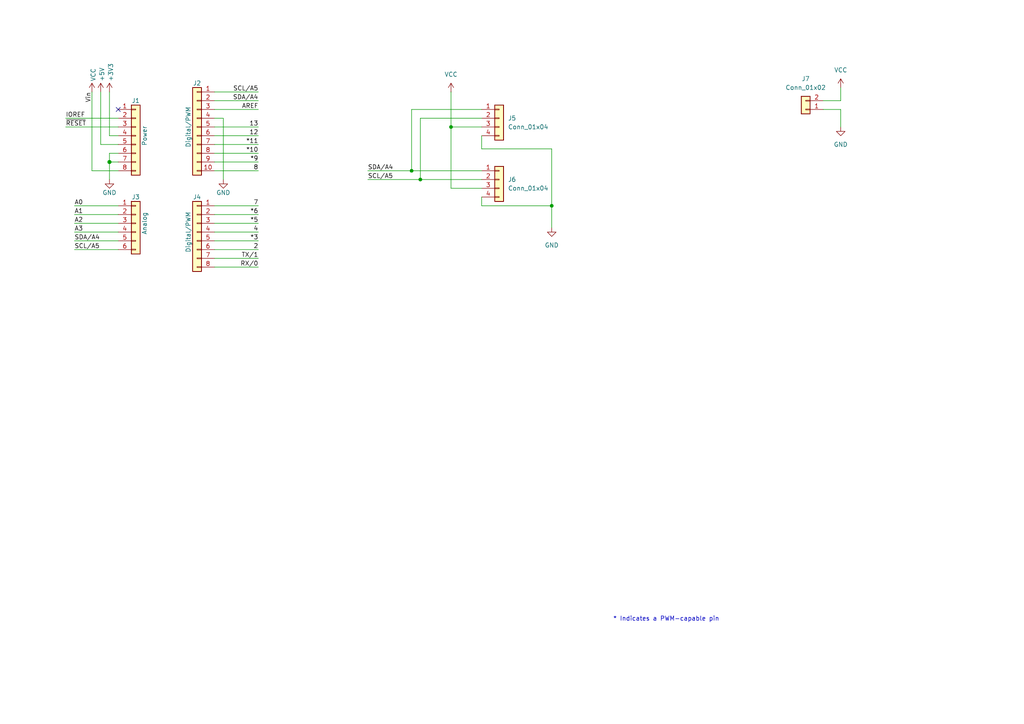
<source format=kicad_sch>
(kicad_sch (version 20231120) (generator "eeschema") (generator_version "8.0")
  (paper "A4")
  (title_block (date "mar. 31 mars 2015"))
  (lib_symbols
    (symbol "Connector_Generic:Conn_01x02" (pin_names (offset 1.016) hide)
      (property "Reference" "J" (at 0 2.54 0))
      (property "Value" "Conn_01x02" (at 0 -5.08 0))
      (symbol "Conn_01x02_1_1"
        (rectangle (start -1.27 -2.413) (end 0 -2.667) (stroke (width 0.1524)))
        (rectangle (start -1.27 0.127) (end 0 -0.127) (stroke (width 0.1524)))
        (rectangle (start -1.27 1.27) (end 1.27 -3.81) (stroke (width 0.254)) (fill (type background)))
        (pin passive line (at -5.08 0 0) (length 3.81) (name "Pin_1") (number "1"))
        (pin passive line (at -5.08 -2.54 0) (length 3.81) (name "Pin_2") (number "2"))
      )
    )
    (symbol "Connector_Generic:Conn_01x04" (pin_names (offset 1.016) hide)
      (property "Reference" "J" (at 0 5.08 0))
      (property "Value" "Conn_01x04" (at 0 -7.62 0))
      (symbol "Conn_01x04_1_1"
        (rectangle (start -1.27 -4.953) (end 0 -5.207) (stroke (width 0.1524)))
        (rectangle (start -1.27 -2.413) (end 0 -2.667) (stroke (width 0.1524)))
        (rectangle (start -1.27 0.127) (end 0 -0.127) (stroke (width 0.1524)))
        (rectangle (start -1.27 2.667) (end 0 2.413) (stroke (width 0.1524)))
        (rectangle (start -1.27 3.81) (end 1.27 -6.35) (stroke (width 0.254)) (fill (type background)))
        (pin passive line (at -5.08 2.54 0) (length 3.81) (name "Pin_1") (number "1"))
        (pin passive line (at -5.08 0 0) (length 3.81) (name "Pin_2") (number "2"))
        (pin passive line (at -5.08 -2.54 0) (length 3.81) (name "Pin_3") (number "3"))
        (pin passive line (at -5.08 -5.08 0) (length 3.81) (name "Pin_4") (number "4"))
      )
    )
    (symbol "Connector_Generic:Conn_01x06" (pin_names (offset 1.016) hide)
      (property "Reference" "J" (at 0 7.62 0))
      (property "Value" "Conn_01x06" (at 0 -10.16 0))
      (symbol "Conn_01x06_1_1"
        (rectangle (start -1.27 -7.493) (end 0 -7.747) (stroke (width 0.1524)))
        (rectangle (start -1.27 -4.953) (end 0 -5.207) (stroke (width 0.1524)))
        (rectangle (start -1.27 -2.413) (end 0 -2.667) (stroke (width 0.1524)))
        (rectangle (start -1.27 0.127) (end 0 -0.127) (stroke (width 0.1524)))
        (rectangle (start -1.27 2.667) (end 0 2.413) (stroke (width 0.1524)))
        (rectangle (start -1.27 5.207) (end 0 4.953) (stroke (width 0.1524)))
        (rectangle (start -1.27 6.35) (end 1.27 -8.89) (stroke (width 0.254)) (fill (type background)))
        (pin passive line (at -5.08 5.08 0) (length 3.81) (name "Pin_1") (number "1"))
        (pin passive line (at -5.08 2.54 0) (length 3.81) (name "Pin_2") (number "2"))
        (pin passive line (at -5.08 0 0) (length 3.81) (name "Pin_3") (number "3"))
        (pin passive line (at -5.08 -2.54 0) (length 3.81) (name "Pin_4") (number "4"))
        (pin passive line (at -5.08 -5.08 0) (length 3.81) (name "Pin_5") (number "5"))
        (pin passive line (at -5.08 -7.62 0) (length 3.81) (name "Pin_6") (number "6"))
      )
    )
    (symbol "Connector_Generic:Conn_01x08" (pin_names (offset 1.016) hide)
      (property "Reference" "J" (at 0 10.16 0))
      (property "Value" "Conn_01x08" (at 0 -12.7 0))
      (symbol "Conn_01x08_1_1"
        (rectangle (start -1.27 -10.033) (end 0 -10.287) (stroke (width 0.1524)))
        (rectangle (start -1.27 -7.493) (end 0 -7.747) (stroke (width 0.1524)))
        (rectangle (start -1.27 -4.953) (end 0 -5.207) (stroke (width 0.1524)))
        (rectangle (start -1.27 -2.413) (end 0 -2.667) (stroke (width 0.1524)))
        (rectangle (start -1.27 0.127) (end 0 -0.127) (stroke (width 0.1524)))
        (rectangle (start -1.27 2.667) (end 0 2.413) (stroke (width 0.1524)))
        (rectangle (start -1.27 5.207) (end 0 4.953) (stroke (width 0.1524)))
        (rectangle (start -1.27 7.747) (end 0 7.493) (stroke (width 0.1524)))
        (rectangle (start -1.27 8.89) (end 1.27 -11.43) (stroke (width 0.254)) (fill (type background)))
        (pin passive line (at -5.08 7.62 0) (length 3.81) (name "Pin_1") (number "1"))
        (pin passive line (at -5.08 5.08 0) (length 3.81) (name "Pin_2") (number "2"))
        (pin passive line (at -5.08 2.54 0) (length 3.81) (name "Pin_3") (number "3"))
        (pin passive line (at -5.08 0 0) (length 3.81) (name "Pin_4") (number "4"))
        (pin passive line (at -5.08 -2.54 0) (length 3.81) (name "Pin_5") (number "5"))
        (pin passive line (at -5.08 -5.08 0) (length 3.81) (name "Pin_6") (number "6"))
        (pin passive line (at -5.08 -7.62 0) (length 3.81) (name "Pin_7") (number "7"))
        (pin passive line (at -5.08 -10.16 0) (length 3.81) (name "Pin_8") (number "8"))
      )
    )
    (symbol "Connector_Generic:Conn_01x10" (pin_names (offset 1.016) hide)
      (property "Reference" "J" (at 0 12.7 0))
      (property "Value" "Conn_01x10" (at 0 -15.24 0))
      (symbol "Conn_01x10_1_1"
        (rectangle (start -1.27 -12.573) (end 0 -12.827) (stroke (width 0.1524)))
        (rectangle (start -1.27 -10.033) (end 0 -10.287) (stroke (width 0.1524)))
        (rectangle (start -1.27 -7.493) (end 0 -7.747) (stroke (width 0.1524)))
        (rectangle (start -1.27 -4.953) (end 0 -5.207) (stroke (width 0.1524)))
        (rectangle (start -1.27 -2.413) (end 0 -2.667) (stroke (width 0.1524)))
        (rectangle (start -1.27 0.127) (end 0 -0.127) (stroke (width 0.1524)))
        (rectangle (start -1.27 2.667) (end 0 2.413) (stroke (width 0.1524)))
        (rectangle (start -1.27 5.207) (end 0 4.953) (stroke (width 0.1524)))
        (rectangle (start -1.27 7.747) (end 0 7.493) (stroke (width 0.1524)))
        (rectangle (start -1.27 10.287) (end 0 10.033) (stroke (width 0.1524)))
        (rectangle (start -1.27 11.43) (end 1.27 -13.97) (stroke (width 0.254)) (fill (type background)))
        (pin passive line (at -5.08 10.16 0) (length 3.81) (name "Pin_1") (number "1"))
        (pin passive line (at -5.08 -12.7 0) (length 3.81) (name "Pin_10") (number "10"))
        (pin passive line (at -5.08 7.62 0) (length 3.81) (name "Pin_2") (number "2"))
        (pin passive line (at -5.08 5.08 0) (length 3.81) (name "Pin_3") (number "3"))
        (pin passive line (at -5.08 2.54 0) (length 3.81) (name "Pin_4") (number "4"))
        (pin passive line (at -5.08 0 0) (length 3.81) (name "Pin_5") (number "5"))
        (pin passive line (at -5.08 -2.54 0) (length 3.81) (name "Pin_6") (number "6"))
        (pin passive line (at -5.08 -5.08 0) (length 3.81) (name "Pin_7") (number "7"))
        (pin passive line (at -5.08 -7.62 0) (length 3.81) (name "Pin_8") (number "8"))
        (pin passive line (at -5.08 -10.16 0) (length 3.81) (name "Pin_9") (number "9"))
      )
    )
    (symbol "GND_1" (power) (pin_numbers hide) (pin_names (offset 0) hide)
      (property "Value" "GND" (at 0 -3.81 0))
      (symbol "GND_1_0_1"
        (polyline (pts (xy 0 0) (xy 0 -1.27) (xy 1.27 -1.27) (xy 0 -2.54) (xy -1.27 -1.27) (xy 0 -1.27)))
      )
      (symbol "GND_1_1_1"
        (pin power_in line (at 0 0 270) (length 0) (name "~") (number "1"))
      )
    )
    (symbol "GND_2" (power) (pin_numbers hide) (pin_names (offset 0) hide)
      (property "Value" "GND" (at 0 -3.81 0))
      (symbol "GND_2_0_1"
        (polyline (pts (xy 0 0) (xy 0 -1.27) (xy 1.27 -1.27) (xy 0 -2.54) (xy -1.27 -1.27) (xy 0 -1.27)))
      )
      (symbol "GND_2_1_1"
        (pin power_in line (at 0 0 270) (length 0) (name "~") (number "1"))
      )
    )
    (symbol "VCC_1" (power) (pin_numbers hide) (pin_names (offset 0) hide)
      (property "Value" "VCC" (at 0 3.556 0))
      (symbol "VCC_1_0_1"
        (polyline (pts (xy -0.762 1.27) (xy 0 2.54)))
        (polyline (pts (xy 0 0) (xy 0 2.54)))
        (polyline (pts (xy 0 2.54) (xy 0.762 1.27)))
      )
      (symbol "VCC_1_1_1"
        (pin power_in line (at 0 0 90) (length 0) (name "~") (number "1"))
      )
    )
    (symbol "VCC_2" (power) (pin_numbers hide) (pin_names (offset 0) hide)
      (property "Value" "VCC" (at 0 3.556 0))
      (symbol "VCC_2_0_1"
        (polyline (pts (xy -0.762 1.27) (xy 0 2.54)))
        (polyline (pts (xy 0 0) (xy 0 2.54)))
        (polyline (pts (xy 0 2.54) (xy 0.762 1.27)))
      )
      (symbol "VCC_2_1_1"
        (pin power_in line (at 0 0 90) (length 0) (name "~") (number "1"))
      )
    )
    (symbol "power:+3V3" (power) (pin_names (offset 0))
      (property "Value" "+3V3" (at 0 3.556 0))
      (symbol "+3V3_0_1"
        (polyline (pts (xy -0.762 1.27) (xy 0 2.54)))
        (polyline (pts (xy 0 0) (xy 0 2.54)))
        (polyline (pts (xy 0 2.54) (xy 0.762 1.27)))
      )
      (symbol "+3V3_1_1"
        (pin power_in line (at 0 0 90) (length 0) hide (name "+3V3") (number "1"))
      )
    )
    (symbol "power:+5V" (power) (pin_names (offset 0))
      (property "Value" "+5V" (at 0 3.556 0))
      (symbol "+5V_0_1"
        (polyline (pts (xy -0.762 1.27) (xy 0 2.54)))
        (polyline (pts (xy 0 0) (xy 0 2.54)))
        (polyline (pts (xy 0 2.54) (xy 0.762 1.27)))
      )
      (symbol "+5V_1_1"
        (pin power_in line (at 0 0 90) (length 0) hide (name "+5V") (number "1"))
      )
    )
    (symbol "power:GND" (power) (pin_names (offset 0))
      (property "Value" "GND" (at 0 -3.81 0))
      (symbol "GND_0_1"
        (polyline (pts (xy 0 0) (xy 0 -1.27) (xy 1.27 -1.27) (xy 0 -2.54) (xy -1.27 -1.27) (xy 0 -1.27)))
      )
      (symbol "GND_1_1"
        (pin power_in line (at 0 0 270) (length 0) hide (name "GND") (number "1"))
      )
    )
    (symbol "power:VCC" (power) (pin_names (offset 0))
      (property "Value" "VCC" (at 0 3.81 0))
      (symbol "VCC_0_1"
        (polyline (pts (xy -0.762 1.27) (xy 0 2.54)))
        (polyline (pts (xy 0 0) (xy 0 2.54)))
        (polyline (pts (xy 0 2.54) (xy 0.762 1.27)))
      )
      (symbol "VCC_1_1"
        (pin power_in line (at 0 0 90) (length 0) hide (name "VCC") (number "1"))
      )
    )
  )
  (junction (at 119.38 49.53))
  (junction (at 31.75 46.99) (diameter 1.016))
  (junction (at 121.92 52.07))
  (junction (at 160.02 59.69))
  (junction (at 130.81 36.83))
  (no_connect (at 34.29 31.75))
  (wire (pts (xy 62.23 77.47) (xy 74.93 77.47)))
  (wire (pts (xy 62.23 44.45) (xy 74.93 44.45)))
  (wire (pts (xy 62.23 26.67) (xy 74.93 26.67)))
  (wire (pts (xy 31.75 44.45) (xy 31.75 46.99)))
  (wire (pts (xy 21.59 72.39) (xy 34.29 72.39)))
  (wire (pts (xy 139.7 59.69) (xy 160.02 59.69)))
  (wire (pts (xy 31.75 46.99) (xy 31.75 52.07)))
  (wire (pts (xy 139.7 31.75) (xy 119.38 31.75)))
  (wire (pts (xy 31.75 39.37) (xy 34.29 39.37)))
  (wire (pts (xy 29.21 41.91) (xy 34.29 41.91)))
  (wire (pts (xy 29.21 26.67) (xy 29.21 41.91)))
  (wire (pts (xy 106.68 49.53) (xy 119.38 49.53)))
  (wire (pts (xy 243.84 31.75) (xy 243.84 36.83)))
  (wire (pts (xy 121.92 34.29) (xy 121.92 52.07)))
  (wire (pts (xy 130.81 54.61) (xy 130.81 36.83)))
  (wire (pts (xy 62.23 36.83) (xy 74.93 36.83)))
  (wire (pts (xy 31.75 26.67) (xy 31.75 39.37)))
  (wire (pts (xy 62.23 59.69) (xy 74.93 59.69)))
  (wire (pts (xy 34.29 59.69) (xy 21.59 59.69)))
  (wire (pts (xy 62.23 39.37) (xy 74.93 39.37)))
  (wire (pts (xy 62.23 62.23) (xy 74.93 62.23)))
  (wire (pts (xy 243.84 29.21) (xy 243.84 25.4)))
  (wire (pts (xy 106.68 52.07) (xy 121.92 52.07)))
  (wire (pts (xy 62.23 46.99) (xy 74.93 46.99)))
  (wire (pts (xy 160.02 59.69) (xy 160.02 66.04)))
  (wire (pts (xy 62.23 67.31) (xy 74.93 67.31)))
  (wire (pts (xy 19.05 34.29) (xy 34.29 34.29)))
  (wire (pts (xy 64.77 34.29) (xy 64.77 52.07)))
  (wire (pts (xy 139.7 34.29) (xy 121.92 34.29)))
  (wire (pts (xy 139.7 39.37) (xy 139.7 43.18)))
  (wire (pts (xy 139.7 43.18) (xy 160.02 43.18)))
  (wire (pts (xy 62.23 31.75) (xy 74.93 31.75)))
  (wire (pts (xy 34.29 64.77) (xy 21.59 64.77)))
  (wire (pts (xy 19.05 36.83) (xy 34.29 36.83)))
  (wire (pts (xy 34.29 46.99) (xy 31.75 46.99)))
  (wire (pts (xy 139.7 36.83) (xy 130.81 36.83)))
  (wire (pts (xy 34.29 49.53) (xy 26.67 49.53)))
  (wire (pts (xy 21.59 62.23) (xy 34.29 62.23)))
  (wire (pts (xy 238.76 31.75) (xy 243.84 31.75)))
  (wire (pts (xy 139.7 57.15) (xy 139.7 59.69)))
  (wire (pts (xy 121.92 52.07) (xy 139.7 52.07)))
  (wire (pts (xy 62.23 34.29) (xy 64.77 34.29)))
  (wire (pts (xy 34.29 44.45) (xy 31.75 44.45)))
  (wire (pts (xy 62.23 41.91) (xy 74.93 41.91)))
  (wire (pts (xy 62.23 64.77) (xy 74.93 64.77)))
  (wire (pts (xy 21.59 67.31) (xy 34.29 67.31)))
  (wire (pts (xy 130.81 36.83) (xy 130.81 26.67)))
  (wire (pts (xy 160.02 43.18) (xy 160.02 59.69)))
  (wire (pts (xy 62.23 29.21) (xy 74.93 29.21)))
  (wire (pts (xy 62.23 72.39) (xy 74.93 72.39)))
  (wire (pts (xy 62.23 69.85) (xy 74.93 69.85)))
  (wire (pts (xy 119.38 31.75) (xy 119.38 49.53)))
  (wire (pts (xy 62.23 74.93) (xy 74.93 74.93)))
  (wire (pts (xy 26.67 49.53) (xy 26.67 26.67)))
  (wire (pts (xy 119.38 49.53) (xy 139.7 49.53)))
  (wire (pts (xy 34.29 69.85) (xy 21.59 69.85)))
  (wire (pts (xy 62.23 49.53) (xy 74.93 49.53)))
  (wire (pts (xy 139.7 54.61) (xy 130.81 54.61)))
  (wire (pts (xy 238.76 29.21) (xy 243.84 29.21)))
  (text "* Indicates a PWM-capable pin" (at 177.8 180.34 0) (effects (font (size 1.27 1.27)) (justify left bottom)))
  (label "RX{slash}0" (at 74.93 77.47 180))
  (label "A2" (at 21.59 64.77 0))
  (label "4" (at 74.93 67.31 180))
  (label "2" (at 74.93 72.39 180))
  (label "A3" (at 21.59 67.31 0))
  (label "13" (at 74.93 36.83 180))
  (label "12" (at 74.93 39.37 180))
  (label "~{RESET}" (at 19.05 36.83 0))
  (label "*10" (at 74.93 44.45 180))
  (label "7" (at 74.93 59.69 180))
  (label "SDA{slash}A4" (at 74.93 29.21 180))
  (label "8" (at 74.93 49.53 180))
  (label "*11" (at 74.93 41.91 180))
  (label "*3" (at 74.93 69.85 180))
  (label "A1" (at 21.59 62.23 0))
  (label "TX{slash}1" (at 74.93 74.93 180))
  (label "A0" (at 21.59 59.69 0))
  (label "AREF" (at 74.93 31.75 180))
  (label "Vin" (at 26.67 26.67 270))
  (label "*6" (at 74.93 62.23 180))
  (label "SCL{slash}A5" (at 74.93 26.67 180))
  (label "*9" (at 74.93 46.99 180))
  (label "SCL{slash}A5" (at 106.68 52.07 0))
  (label "*5" (at 74.93 64.77 180))
  (label "IOREF" (at 19.05 34.29 0))
  (label "SDA{slash}A4" (at 21.59 69.85 0))
  (label "SCL{slash}A5" (at 21.59 72.39 0))
  (label "SDA{slash}A4" (at 106.68 49.53 0))
  (symbol (lib_id "Connector_Generic:Conn_01x08") (at 39.37 39.37 0) (unit 1)
    (property "Reference" "J1" (at 39.37 29.21 0))
    (property "Value" "Power" (at 41.91 39.37 90))
    (property "Footprint" "Connector_PinSocket_2.54mm:PinSocket_1x08_P2.54mm_Vertical" (effects (hide yes)))
  )
  (symbol (lib_id "power:+3V3") (at 31.75 26.67 0) (unit 1)
    (property "Reference" "#PWR03" (effects (hide yes)))
    (property "Value" "+3V3" (at 32.131 23.622 90) (effects (justify left)))
  )
  (symbol (lib_id "power:+5V") (at 29.21 26.67 0) (unit 1)
    (property "Reference" "#PWR02" (effects (hide yes)))
    (property "Value" "+5V" (at 29.5656 23.622 90) (effects (justify left)))
  )
  (symbol (lib_id "power:GND") (at 31.75 52.07 0) (unit 1)
    (property "Reference" "#PWR04" (effects (hide yes)))
    (property "Value" "GND" (at 31.75 55.88 0))
  )
  (symbol (lib_id "Connector_Generic:Conn_01x10") (at 57.15 36.83 0) (mirror y) (unit 1)
    (property "Reference" "J2" (at 57.15 24.13 0))
    (property "Value" "Digital/PWM" (at 54.61 36.83 90))
    (property "Footprint" "Connector_PinSocket_2.54mm:PinSocket_1x10_P2.54mm_Vertical" (effects (hide yes)))
  )
  (symbol (lib_id "power:GND") (at 64.77 52.07 0) (unit 1)
    (property "Reference" "#PWR05" (effects (hide yes)))
    (property "Value" "GND" (at 64.77 55.88 0))
  )
  (symbol (lib_id "Connector_Generic:Conn_01x06") (at 39.37 64.77 0) (unit 1)
    (property "Reference" "J3" (at 39.37 57.15 0))
    (property "Value" "Analog" (at 41.91 64.77 90))
    (property "Footprint" "Connector_PinSocket_2.54mm:PinSocket_1x06_P2.54mm_Vertical" (effects (hide yes)))
  )
  (symbol (lib_id "Connector_Generic:Conn_01x08") (at 57.15 67.31 0) (mirror y) (unit 1)
    (property "Reference" "J4" (at 57.15 57.15 0))
    (property "Value" "Digital/PWM" (at 54.61 67.31 90))
    (property "Footprint" "Connector_PinSocket_2.54mm:PinSocket_1x08_P2.54mm_Vertical" (effects (hide yes)))
  )
  (symbol (lib_id "Connector_Generic:Conn_01x02") (at 233.68 31.75 180) (unit 1)
    (property "Reference" "J7" (at 233.68 22.86 0))
    (property "Value" "Conn_01x02" (at 233.68 25.4 0))
    (property "Footprint" "Connector_JST:JST_PH_B2B-PH-K_1x02_P2.00mm_Vertical" (effects (hide yes)))
    (property "Description" "Generic connector, single row, 01x02, script generated (kicad-library-utils/schlib/autogen/connector/)" (effects (hide yes)))
  )
  (symbol (lib_id "power:VCC") (at 26.67 26.67 0) (unit 1)
    (property "Reference" "#PWR01" (effects (hide yes)))
    (property "Value" "VCC" (at 27.051 23.622 90) (effects (justify left)))
  )
  (symbol (lib_name "VCC_1") (lib_id "power:VCC") (at 243.84 25.4 0) (unit 1)
    (property "Reference" "#PWR06" (effects (hide yes)))
    (property "Value" "VCC" (at 243.84 20.32 0))
    (property "Description" "Power symbol creates a global label with name \"VCC\"" (effects (hide yes)))
  )
  (symbol (lib_name "GND_2") (lib_id "power:GND") (at 160.02 66.04 0) (unit 1)
    (property "Reference" "#PWR09" (effects (hide yes)))
    (property "Value" "GND" (at 160.02 71.12 0))
    (property "Description" "Power symbol creates a global label with name \"GND\" , ground" (effects (hide yes)))
  )
  (symbol (lib_name "VCC_2") (lib_id "power:VCC") (at 130.81 26.67 0) (unit 1)
    (property "Reference" "#PWR08" (effects (hide yes)))
    (property "Value" "VCC" (at 130.81 21.59 0))
    (property "Description" "Power symbol creates a global label with name \"VCC\"" (effects (hide yes)))
  )
  (symbol (lib_id "Connector_Generic:Conn_01x04") (at 144.78 52.07 0) (unit 1)
    (property "Reference" "J6" (at 147.32 52.0699 0) (effects (justify left)))
    (property "Value" "Conn_01x04" (at 147.32 54.6099 0) (effects (justify left)))
    (property "Footprint" "Connector_JST:JST_PH_S4B-PH-K_1x04_P2.00mm_Horizontal" (effects (hide yes)))
    (property "Description" "Generic connector, single row, 01x04, script generated (kicad-library-utils/schlib/autogen/connector/)" (effects (hide yes)))
  )
  (symbol (lib_name "GND_1") (lib_id "power:GND") (at 243.84 36.83 0) (unit 1)
    (property "Reference" "#PWR07" (effects (hide yes)))
    (property "Value" "GND" (at 243.84 41.91 0))
    (property "Description" "Power symbol creates a global label with name \"GND\" , ground" (effects (hide yes)))
  )
  (symbol (lib_id "Connector_Generic:Conn_01x04") (at 144.78 34.29 0) (unit 1)
    (property "Reference" "J5" (at 147.32 34.2899 0) (effects (justify left)))
    (property "Value" "Conn_01x04" (at 147.32 36.8299 0) (effects (justify left)))
    (property "Footprint" "Connector_JST:JST_PH_S4B-PH-K_1x04_P2.00mm_Horizontal" (effects (hide yes)))
    (property "Description" "Generic connector, single row, 01x04, script generated (kicad-library-utils/schlib/autogen/connector/)" (effects (hide yes)))
  )
)
</source>
